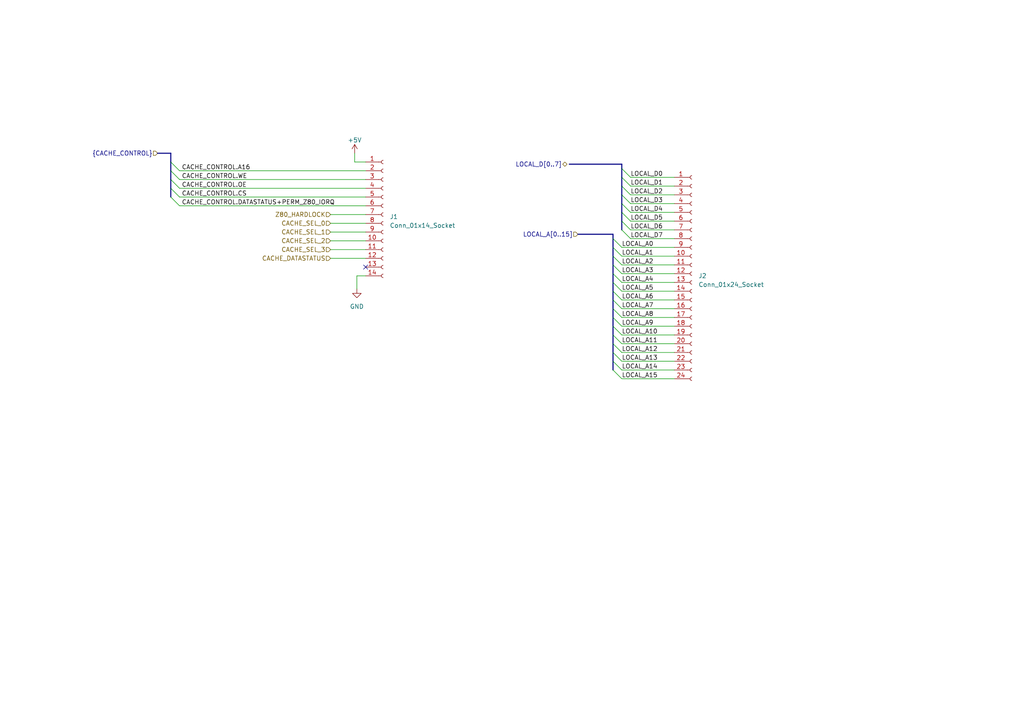
<source format=kicad_sch>
(kicad_sch (version 20230121) (generator eeschema)
  (paper "A4")
  (lib_symbols
    (symbol "Connector:Conn_01x14_Socket" (pin_names (offset 1.016) hide)
      (property "Reference" "J" (at 0 17.78 0))
      (property "Value" "Conn_01x14_Socket" (at 0 -20.32 0))
      (symbol "Conn_01x14_Socket_1_1"
        (arc (start 0 -17.272) (mid -0.5058 -17.78) (end 0 -18.288) (stroke (width 0.1524)))
        (arc (start 0 -14.732) (mid -0.5058 -15.24) (end 0 -15.748) (stroke (width 0.1524)))
        (arc (start 0 -12.192) (mid -0.5058 -12.7) (end 0 -13.208) (stroke (width 0.1524)))
        (arc (start 0 -9.652) (mid -0.5058 -10.16) (end 0 -10.668) (stroke (width 0.1524)))
        (arc (start 0 -7.112) (mid -0.5058 -7.62) (end 0 -8.128) (stroke (width 0.1524)))
        (arc (start 0 -4.572) (mid -0.5058 -5.08) (end 0 -5.588) (stroke (width 0.1524)))
        (arc (start 0 -2.032) (mid -0.5058 -2.54) (end 0 -3.048) (stroke (width 0.1524)))
        (polyline (pts (xy -1.27 -17.78) (xy -0.508 -17.78)) (stroke (width 0.1524)))
        (polyline (pts (xy -1.27 -15.24) (xy -0.508 -15.24)) (stroke (width 0.1524)))
        (polyline (pts (xy -1.27 -12.7) (xy -0.508 -12.7)) (stroke (width 0.1524)))
        (polyline (pts (xy -1.27 -10.16) (xy -0.508 -10.16)) (stroke (width 0.1524)))
        (polyline (pts (xy -1.27 -7.62) (xy -0.508 -7.62)) (stroke (width 0.1524)))
        (polyline (pts (xy -1.27 -5.08) (xy -0.508 -5.08)) (stroke (width 0.1524)))
        (polyline (pts (xy -1.27 -2.54) (xy -0.508 -2.54)) (stroke (width 0.1524)))
        (polyline (pts (xy -1.27 0) (xy -0.508 0)) (stroke (width 0.1524)))
        (polyline (pts (xy -1.27 2.54) (xy -0.508 2.54)) (stroke (width 0.1524)))
        (polyline (pts (xy -1.27 5.08) (xy -0.508 5.08)) (stroke (width 0.1524)))
        (polyline (pts (xy -1.27 7.62) (xy -0.508 7.62)) (stroke (width 0.1524)))
        (polyline (pts (xy -1.27 10.16) (xy -0.508 10.16)) (stroke (width 0.1524)))
        (polyline (pts (xy -1.27 12.7) (xy -0.508 12.7)) (stroke (width 0.1524)))
        (polyline (pts (xy -1.27 15.24) (xy -0.508 15.24)) (stroke (width 0.1524)))
        (arc (start 0 0.508) (mid -0.5058 0) (end 0 -0.508) (stroke (width 0.1524)))
        (arc (start 0 3.048) (mid -0.5058 2.54) (end 0 2.032) (stroke (width 0.1524)))
        (arc (start 0 5.588) (mid -0.5058 5.08) (end 0 4.572) (stroke (width 0.1524)))
        (arc (start 0 8.128) (mid -0.5058 7.62) (end 0 7.112) (stroke (width 0.1524)))
        (arc (start 0 10.668) (mid -0.5058 10.16) (end 0 9.652) (stroke (width 0.1524)))
        (arc (start 0 13.208) (mid -0.5058 12.7) (end 0 12.192) (stroke (width 0.1524)))
        (arc (start 0 15.748) (mid -0.5058 15.24) (end 0 14.732) (stroke (width 0.1524)))
        (pin passive line (at -5.08 15.24 0) (length 3.81) (name "Pin_1") (number "1"))
        (pin passive line (at -5.08 -7.62 0) (length 3.81) (name "Pin_10") (number "10"))
        (pin passive line (at -5.08 -10.16 0) (length 3.81) (name "Pin_11") (number "11"))
        (pin passive line (at -5.08 -12.7 0) (length 3.81) (name "Pin_12") (number "12"))
        (pin passive line (at -5.08 -15.24 0) (length 3.81) (name "Pin_13") (number "13"))
        (pin passive line (at -5.08 -17.78 0) (length 3.81) (name "Pin_14") (number "14"))
        (pin passive line (at -5.08 12.7 0) (length 3.81) (name "Pin_2") (number "2"))
        (pin passive line (at -5.08 10.16 0) (length 3.81) (name "Pin_3") (number "3"))
        (pin passive line (at -5.08 7.62 0) (length 3.81) (name "Pin_4") (number "4"))
        (pin passive line (at -5.08 5.08 0) (length 3.81) (name "Pin_5") (number "5"))
        (pin passive line (at -5.08 2.54 0) (length 3.81) (name "Pin_6") (number "6"))
        (pin passive line (at -5.08 0 0) (length 3.81) (name "Pin_7") (number "7"))
        (pin passive line (at -5.08 -2.54 0) (length 3.81) (name "Pin_8") (number "8"))
        (pin passive line (at -5.08 -5.08 0) (length 3.81) (name "Pin_9") (number "9"))
      )
    )
    (symbol "Connector:Conn_01x24_Socket" (pin_names (offset 1.016) hide)
      (property "Reference" "J" (at 0 30.48 0))
      (property "Value" "Conn_01x24_Socket" (at 0 -33.02 0))
      (symbol "Conn_01x24_Socket_1_1"
        (arc (start 0 -29.972) (mid -0.5058 -30.48) (end 0 -30.988) (stroke (width 0.1524)))
        (arc (start 0 -27.432) (mid -0.5058 -27.94) (end 0 -28.448) (stroke (width 0.1524)))
        (arc (start 0 -24.892) (mid -0.5058 -25.4) (end 0 -25.908) (stroke (width 0.1524)))
        (arc (start 0 -22.352) (mid -0.5058 -22.86) (end 0 -23.368) (stroke (width 0.1524)))
        (arc (start 0 -19.812) (mid -0.5058 -20.32) (end 0 -20.828) (stroke (width 0.1524)))
        (arc (start 0 -17.272) (mid -0.5058 -17.78) (end 0 -18.288) (stroke (width 0.1524)))
        (arc (start 0 -14.732) (mid -0.5058 -15.24) (end 0 -15.748) (stroke (width 0.1524)))
        (arc (start 0 -12.192) (mid -0.5058 -12.7) (end 0 -13.208) (stroke (width 0.1524)))
        (arc (start 0 -9.652) (mid -0.5058 -10.16) (end 0 -10.668) (stroke (width 0.1524)))
        (arc (start 0 -7.112) (mid -0.5058 -7.62) (end 0 -8.128) (stroke (width 0.1524)))
        (arc (start 0 -4.572) (mid -0.5058 -5.08) (end 0 -5.588) (stroke (width 0.1524)))
        (arc (start 0 -2.032) (mid -0.5058 -2.54) (end 0 -3.048) (stroke (width 0.1524)))
        (polyline (pts (xy -1.27 -30.48) (xy -0.508 -30.48)) (stroke (width 0.1524)))
        (polyline (pts (xy -1.27 -27.94) (xy -0.508 -27.94)) (stroke (width 0.1524)))
        (polyline (pts (xy -1.27 -25.4) (xy -0.508 -25.4)) (stroke (width 0.1524)))
        (polyline (pts (xy -1.27 -22.86) (xy -0.508 -22.86)) (stroke (width 0.1524)))
        (polyline (pts (xy -1.27 -20.32) (xy -0.508 -20.32)) (stroke (width 0.1524)))
        (polyline (pts (xy -1.27 -17.78) (xy -0.508 -17.78)) (stroke (width 0.1524)))
        (polyline (pts (xy -1.27 -15.24) (xy -0.508 -15.24)) (stroke (width 0.1524)))
        (polyline (pts (xy -1.27 -12.7) (xy -0.508 -12.7)) (stroke (width 0.1524)))
        (polyline (pts (xy -1.27 -10.16) (xy -0.508 -10.16)) (stroke (width 0.1524)))
        (polyline (pts (xy -1.27 -7.62) (xy -0.508 -7.62)) (stroke (width 0.1524)))
        (polyline (pts (xy -1.27 -5.08) (xy -0.508 -5.08)) (stroke (width 0.1524)))
        (polyline (pts (xy -1.27 -2.54) (xy -0.508 -2.54)) (stroke (width 0.1524)))
        (polyline (pts (xy -1.27 0) (xy -0.508 0)) (stroke (width 0.1524)))
        (polyline (pts (xy -1.27 2.54) (xy -0.508 2.54)) (stroke (width 0.1524)))
        (polyline (pts (xy -1.27 5.08) (xy -0.508 5.08)) (stroke (width 0.1524)))
        (polyline (pts (xy -1.27 7.62) (xy -0.508 7.62)) (stroke (width 0.1524)))
        (polyline (pts (xy -1.27 10.16) (xy -0.508 10.16)) (stroke (width 0.1524)))
        (polyline (pts (xy -1.27 12.7) (xy -0.508 12.7)) (stroke (width 0.1524)))
        (polyline (pts (xy -1.27 15.24) (xy -0.508 15.24)) (stroke (width 0.1524)))
        (polyline (pts (xy -1.27 17.78) (xy -0.508 17.78)) (stroke (width 0.1524)))
        (polyline (pts (xy -1.27 20.32) (xy -0.508 20.32)) (stroke (width 0.1524)))
        (polyline (pts (xy -1.27 22.86) (xy -0.508 22.86)) (stroke (width 0.1524)))
        (polyline (pts (xy -1.27 25.4) (xy -0.508 25.4)) (stroke (width 0.1524)))
        (polyline (pts (xy -1.27 27.94) (xy -0.508 27.94)) (stroke (width 0.1524)))
        (arc (start 0 0.508) (mid -0.5058 0) (end 0 -0.508) (stroke (width 0.1524)))
        (arc (start 0 3.048) (mid -0.5058 2.54) (end 0 2.032) (stroke (width 0.1524)))
        (arc (start 0 5.588) (mid -0.5058 5.08) (end 0 4.572) (stroke (width 0.1524)))
        (arc (start 0 8.128) (mid -0.5058 7.62) (end 0 7.112) (stroke (width 0.1524)))
        (arc (start 0 10.668) (mid -0.5058 10.16) (end 0 9.652) (stroke (width 0.1524)))
        (arc (start 0 13.208) (mid -0.5058 12.7) (end 0 12.192) (stroke (width 0.1524)))
        (arc (start 0 15.748) (mid -0.5058 15.24) (end 0 14.732) (stroke (width 0.1524)))
        (arc (start 0 18.288) (mid -0.5058 17.78) (end 0 17.272) (stroke (width 0.1524)))
        (arc (start 0 20.828) (mid -0.5058 20.32) (end 0 19.812) (stroke (width 0.1524)))
        (arc (start 0 23.368) (mid -0.5058 22.86) (end 0 22.352) (stroke (width 0.1524)))
        (arc (start 0 25.908) (mid -0.5058 25.4) (end 0 24.892) (stroke (width 0.1524)))
        (arc (start 0 28.448) (mid -0.5058 27.94) (end 0 27.432) (stroke (width 0.1524)))
        (pin passive line (at -5.08 27.94 0) (length 3.81) (name "Pin_1") (number "1"))
        (pin passive line (at -5.08 5.08 0) (length 3.81) (name "Pin_10") (number "10"))
        (pin passive line (at -5.08 2.54 0) (length 3.81) (name "Pin_11") (number "11"))
        (pin passive line (at -5.08 0 0) (length 3.81) (name "Pin_12") (number "12"))
        (pin passive line (at -5.08 -2.54 0) (length 3.81) (name "Pin_13") (number "13"))
        (pin passive line (at -5.08 -5.08 0) (length 3.81) (name "Pin_14") (number "14"))
        (pin passive line (at -5.08 -7.62 0) (length 3.81) (name "Pin_15") (number "15"))
        (pin passive line (at -5.08 -10.16 0) (length 3.81) (name "Pin_16") (number "16"))
        (pin passive line (at -5.08 -12.7 0) (length 3.81) (name "Pin_17") (number "17"))
        (pin passive line (at -5.08 -15.24 0) (length 3.81) (name "Pin_18") (number "18"))
        (pin passive line (at -5.08 -17.78 0) (length 3.81) (name "Pin_19") (number "19"))
        (pin passive line (at -5.08 25.4 0) (length 3.81) (name "Pin_2") (number "2"))
        (pin passive line (at -5.08 -20.32 0) (length 3.81) (name "Pin_20") (number "20"))
        (pin passive line (at -5.08 -22.86 0) (length 3.81) (name "Pin_21") (number "21"))
        (pin passive line (at -5.08 -25.4 0) (length 3.81) (name "Pin_22") (number "22"))
        (pin passive line (at -5.08 -27.94 0) (length 3.81) (name "Pin_23") (number "23"))
        (pin passive line (at -5.08 -30.48 0) (length 3.81) (name "Pin_24") (number "24"))
        (pin passive line (at -5.08 22.86 0) (length 3.81) (name "Pin_3") (number "3"))
        (pin passive line (at -5.08 20.32 0) (length 3.81) (name "Pin_4") (number "4"))
        (pin passive line (at -5.08 17.78 0) (length 3.81) (name "Pin_5") (number "5"))
        (pin passive line (at -5.08 15.24 0) (length 3.81) (name "Pin_6") (number "6"))
        (pin passive line (at -5.08 12.7 0) (length 3.81) (name "Pin_7") (number "7"))
        (pin passive line (at -5.08 10.16 0) (length 3.81) (name "Pin_8") (number "8"))
        (pin passive line (at -5.08 7.62 0) (length 3.81) (name "Pin_9") (number "9"))
      )
    )
    (symbol "power:+5V" (power) (pin_names (offset 0))
      (property "Value" "+5V" (at 0 3.556 0))
      (symbol "+5V_0_1"
        (polyline (pts (xy -0.762 1.27) (xy 0 2.54)))
        (polyline (pts (xy 0 0) (xy 0 2.54)))
        (polyline (pts (xy 0 2.54) (xy 0.762 1.27)))
      )
      (symbol "+5V_1_1"
        (pin power_in line (at 0 0 90) (length 0) hide (name "+5V") (number "1"))
      )
    )
    (symbol "power:GND" (power) (pin_names (offset 0))
      (property "Value" "GND" (at 0 -3.81 0))
      (symbol "GND_0_1"
        (polyline (pts (xy 0 0) (xy 0 -1.27) (xy 1.27 -1.27) (xy 0 -2.54) (xy -1.27 -1.27) (xy 0 -1.27)))
      )
      (symbol "GND_1_1"
        (pin power_in line (at 0 0 270) (length 0) hide (name "GND") (number "1"))
      )
    )
  )
  (no_connect (at 106.045 77.47))
  (bus_entry (at 49.53 49.53) (size 2.54 2.54))
  (bus_entry (at 180.34 66.675) (size 2.54 2.54))
  (bus_entry (at 49.53 54.61) (size 2.54 2.54))
  (bus_entry (at 180.34 61.595) (size 2.54 2.54))
  (bus_entry (at 180.34 53.975) (size 2.54 2.54))
  (bus_entry (at 177.8 97.155) (size 2.54 2.54))
  (bus_entry (at 180.34 59.055) (size 2.54 2.54))
  (bus_entry (at 49.53 52.07) (size 2.54 2.54))
  (bus_entry (at 177.8 94.615) (size 2.54 2.54))
  (bus_entry (at 177.8 99.695) (size 2.54 2.54))
  (bus_entry (at 177.8 74.295) (size 2.54 2.54))
  (bus_entry (at 49.53 46.99) (size 2.54 2.54))
  (bus_entry (at 177.8 107.315) (size 2.54 2.54))
  (bus_entry (at 177.8 79.375) (size 2.54 2.54))
  (bus_entry (at 177.8 86.995) (size 2.54 2.54))
  (bus_entry (at 177.8 81.915) (size 2.54 2.54))
  (bus_entry (at 177.8 92.075) (size 2.54 2.54))
  (bus_entry (at 180.34 64.135) (size 2.54 2.54))
  (bus_entry (at 177.8 84.455) (size 2.54 2.54))
  (bus_entry (at 177.8 71.755) (size 2.54 2.54))
  (bus_entry (at 180.34 51.435) (size 2.54 2.54))
  (bus_entry (at 177.8 76.835) (size 2.54 2.54))
  (bus_entry (at 180.34 56.515) (size 2.54 2.54))
  (bus_entry (at 177.8 104.775) (size 2.54 2.54))
  (bus_entry (at 177.8 89.535) (size 2.54 2.54))
  (bus_entry (at 177.8 102.235) (size 2.54 2.54))
  (bus_entry (at 177.8 69.215) (size 2.54 2.54))
  (bus_entry (at 180.34 48.895) (size 2.54 2.54))
  (bus_entry (at 49.53 57.15) (size 2.54 2.54))
  (bus (pts (xy 49.53 54.61) (xy 49.53 57.15)))
  (bus (pts (xy 180.34 64.135) (xy 180.34 61.595)))
  (bus (pts (xy 177.8 84.455) (xy 177.8 86.995)))
  (wire (pts (xy 180.34 107.315) (xy 195.58 107.315)))
  (bus (pts (xy 167.64 67.945) (xy 177.8 67.945)))
  (bus (pts (xy 177.8 79.375) (xy 177.8 81.915)))
  (wire (pts (xy 195.58 66.675) (xy 182.88 66.675)))
  (bus (pts (xy 177.8 92.075) (xy 177.8 94.615)))
  (bus (pts (xy 45.72 44.45) (xy 49.53 44.45)))
  (wire (pts (xy 95.885 62.23) (xy 106.045 62.23)))
  (bus (pts (xy 180.34 53.975) (xy 180.34 51.435)))
  (wire (pts (xy 195.58 69.215) (xy 182.88 69.215)))
  (wire (pts (xy 95.885 64.77) (xy 106.045 64.77)))
  (wire (pts (xy 180.34 109.855) (xy 195.58 109.855)))
  (wire (pts (xy 180.34 102.235) (xy 195.58 102.235)))
  (bus (pts (xy 177.8 81.915) (xy 177.8 84.455)))
  (wire (pts (xy 180.34 99.695) (xy 195.58 99.695)))
  (bus (pts (xy 177.8 94.615) (xy 177.8 97.155)))
  (wire (pts (xy 180.34 104.775) (xy 195.58 104.775)))
  (wire (pts (xy 180.34 79.375) (xy 195.58 79.375)))
  (wire (pts (xy 95.885 72.39) (xy 106.045 72.39)))
  (bus (pts (xy 180.34 48.895) (xy 180.34 47.625)))
  (bus (pts (xy 180.34 56.515) (xy 180.34 53.975)))
  (wire (pts (xy 180.34 92.075) (xy 195.58 92.075)))
  (bus (pts (xy 49.53 52.07) (xy 49.53 54.61)))
  (wire (pts (xy 52.07 57.15) (xy 106.045 57.15)))
  (bus (pts (xy 177.8 74.295) (xy 177.8 76.835)))
  (bus (pts (xy 165.1 47.625) (xy 180.34 47.625)))
  (bus (pts (xy 49.53 46.99) (xy 49.53 49.53)))
  (wire (pts (xy 52.07 52.07) (xy 106.045 52.07)))
  (wire (pts (xy 180.34 81.915) (xy 195.58 81.915)))
  (wire (pts (xy 95.885 69.85) (xy 106.045 69.85)))
  (wire (pts (xy 180.34 89.535) (xy 195.58 89.535)))
  (bus (pts (xy 177.8 67.945) (xy 177.8 69.215)))
  (wire (pts (xy 180.34 86.995) (xy 195.58 86.995)))
  (wire (pts (xy 52.07 54.61) (xy 106.045 54.61)))
  (wire (pts (xy 180.34 94.615) (xy 195.58 94.615)))
  (bus (pts (xy 177.8 104.775) (xy 177.8 107.315)))
  (bus (pts (xy 49.53 49.53) (xy 49.53 52.07)))
  (bus (pts (xy 177.8 76.835) (xy 177.8 79.375)))
  (wire (pts (xy 102.87 46.99) (xy 106.045 46.99)))
  (wire (pts (xy 52.07 59.69) (xy 106.045 59.69)))
  (wire (pts (xy 103.505 80.01) (xy 106.045 80.01)))
  (wire (pts (xy 180.34 76.835) (xy 195.58 76.835)))
  (wire (pts (xy 195.58 59.055) (xy 182.88 59.055)))
  (wire (pts (xy 180.34 71.755) (xy 195.58 71.755)))
  (bus (pts (xy 177.8 89.535) (xy 177.8 92.075)))
  (wire (pts (xy 180.34 84.455) (xy 195.58 84.455)))
  (wire (pts (xy 95.885 74.93) (xy 106.045 74.93)))
  (wire (pts (xy 180.34 74.295) (xy 195.58 74.295)))
  (wire (pts (xy 180.34 97.155) (xy 195.58 97.155)))
  (bus (pts (xy 177.8 86.995) (xy 177.8 89.535)))
  (bus (pts (xy 180.34 59.055) (xy 180.34 56.515)))
  (wire (pts (xy 195.58 61.595) (xy 182.88 61.595)))
  (bus (pts (xy 180.34 66.675) (xy 180.34 64.135)))
  (wire (pts (xy 102.87 44.45) (xy 102.87 46.99)))
  (wire (pts (xy 103.505 80.01) (xy 103.505 83.82)))
  (wire (pts (xy 52.07 49.53) (xy 106.045 49.53)))
  (wire (pts (xy 182.88 56.515) (xy 195.58 56.515)))
  (wire (pts (xy 182.88 51.435) (xy 195.58 51.435)))
  (wire (pts (xy 95.885 67.31) (xy 106.045 67.31)))
  (bus (pts (xy 180.34 61.595) (xy 180.34 59.055)))
  (bus (pts (xy 177.8 71.755) (xy 177.8 74.295)))
  (wire (pts (xy 195.58 64.135) (xy 182.88 64.135)))
  (bus (pts (xy 177.8 69.215) (xy 177.8 71.755)))
  (bus (pts (xy 49.53 44.45) (xy 49.53 46.99)))
  (bus (pts (xy 177.8 97.155) (xy 177.8 99.695)))
  (bus (pts (xy 177.8 102.235) (xy 177.8 104.775)))
  (bus (pts (xy 177.8 99.695) (xy 177.8 102.235)))
  (bus (pts (xy 180.34 51.435) (xy 180.34 48.895)))
  (wire (pts (xy 182.88 53.975) (xy 195.58 53.975)))
  (label "LOCAL_A5" (at 180.34 84.455 0))
  (label "LOCAL_D5" (at 182.88 64.135 0))
  (label "LOCAL_A10" (at 180.34 97.155 0))
  (label "CACHE_CONTROL.DATASTATUS+PERM_Z80_IORQ" (at 52.705 59.69 0))
  (label "LOCAL_D2" (at 182.88 56.515 0))
  (label "LOCAL_D0" (at 182.88 51.435 0))
  (label "LOCAL_A7" (at 180.34 89.535 0))
  (label "LOCAL_D1" (at 182.88 53.975 0))
  (label "LOCAL_A2" (at 180.34 76.835 0))
  (label "CACHE_CONTROL.A16" (at 52.705 49.53 0))
  (label "LOCAL_A15" (at 180.34 109.855 0))
  (label "LOCAL_D6" (at 182.88 66.675 0))
  (label "LOCAL_A3" (at 180.34 79.375 0))
  (label "LOCAL_A1" (at 180.34 74.295 0))
  (label "CACHE_CONTROL.WE" (at 52.705 52.07 0))
  (label "LOCAL_D3" (at 182.88 59.055 0))
  (label "LOCAL_A9" (at 180.34 94.615 0))
  (label "LOCAL_A14" (at 180.34 107.315 0))
  (label "LOCAL_A11" (at 180.34 99.695 0))
  (label "LOCAL_A12" (at 180.34 102.235 0))
  (label "LOCAL_A13" (at 180.34 104.775 0))
  (label "LOCAL_A0" (at 180.34 71.755 0))
  (label "CACHE_CONTROL.CS" (at 52.705 57.15 0))
  (label "LOCAL_A6" (at 180.34 86.995 0))
  (label "LOCAL_D4" (at 182.88 61.595 0))
  (label "CACHE_CONTROL.OE" (at 52.705 54.61 0))
  (label "LOCAL_A8" (at 180.34 92.075 0))
  (label "LOCAL_A4" (at 180.34 81.915 0))
  (label "LOCAL_D7" (at 182.88 69.215 0))
  (hierarchical_label "LOCAL_D[0..7]" (shape bidirectional) (at 164.465 47.625 180))
  (hierarchical_label "CACHE_DATASTATUS" (shape input) (at 95.885 74.93 180))
  (hierarchical_label "CACHE_SEL_2" (shape input) (at 95.885 69.85 180))
  (hierarchical_label "LOCAL_A[0..15]" (shape input) (at 167.64 67.945 180))
  (hierarchical_label "CACHE_SEL_1" (shape input) (at 95.885 67.31 180))
  (hierarchical_label "CACHE_SEL_0" (shape input) (at 95.885 64.77 180))
  (hierarchical_label "Z80_HARDLOCK" (shape input) (at 95.885 62.23 180))
  (hierarchical_label "CACHE_SEL_3" (shape input) (at 95.885 72.39 180))
  (hierarchical_label "{CACHE_CONTROL}" (shape input) (at 45.72 44.45 180))
  (symbol (lib_id "Connector:Conn_01x24_Socket") (at 200.66 79.375 0) (unit 1)
    (property "Reference" "J2" (at 202.565 80.01 0) (effects (justify left)))
    (property "Value" "Conn_01x24_Socket" (at 202.565 82.55 0) (effects (justify left)))
    (property "Footprint" "Connector_PinSocket_2.54mm:PinSocket_1x24_P2.54mm_Vertical" (effects hide))
  )
  (symbol (lib_id "Connector:Conn_01x14_Socket") (at 111.125 62.23 0) (unit 1)
    (property "Reference" "J1" (at 113.03 62.865 0) (effects (justify left)))
    (property "Value" "Conn_01x14_Socket" (at 113.03 65.405 0) (effects (justify left)))
    (property "Footprint" "Connector_PinSocket_2.54mm:PinSocket_1x14_P2.54mm_Vertical" (effects hide))
  )
  (symbol (lib_id "power:GND") (at 103.505 83.82 0) (unit 1)
    (property "Reference" "#PWR09" (effects hide))
    (property "Value" "GND" (at 103.505 88.9 0))
  )
  (symbol (lib_id "power:+5V") (at 102.87 44.45 0) (unit 1)
    (property "Reference" "#PWR08" (effects hide))
    (property "Value" "+5V" (at 102.87 40.64 0))
  )
)
</source>
